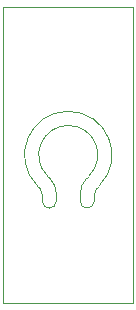
<source format=gm1>
%TF.GenerationSoftware,KiCad,Pcbnew,(5.99.0-10020-g5020012b14)*%
%TF.CreationDate,2021-04-02T13:20:48+07:00*%
%TF.ProjectId,temperature-a1,74656d70-6572-4617-9475-72652d61312e,A1*%
%TF.SameCoordinates,Original*%
%TF.FileFunction,Profile,NP*%
%FSLAX46Y46*%
G04 Gerber Fmt 4.6, Leading zero omitted, Abs format (unit mm)*
G04 Created by KiCad (PCBNEW (5.99.0-10020-g5020012b14)) date 2021-04-02 13:20:48*
%MOMM*%
%LPD*%
G01*
G04 APERTURE LIST*
%TA.AperFunction,Profile*%
%ADD10C,0.010000*%
%TD*%
G04 APERTURE END LIST*
D10*
X143232233Y-90267767D02*
X143414214Y-90435785D01*
X150500000Y-76000000D02*
X150500000Y-101000000D01*
X147434315Y-91284315D02*
G75*
G03*
X147200000Y-91849999I565684J-565685D01*
G01*
X139500000Y-101000000D02*
X139500000Y-76000000D01*
X142565686Y-91284315D02*
G75*
G02*
X142800000Y-91850000I-565685J-565685D01*
G01*
X139500000Y-76000000D02*
X150500000Y-76000000D01*
X146585786Y-90435786D02*
G75*
G03*
X146000000Y-91850000I1414214J-1414214D01*
G01*
X147434315Y-91284314D02*
X147616292Y-91116291D01*
X150500000Y-101000000D02*
X139500000Y-101000000D01*
X144000001Y-91849999D02*
G75*
G03*
X143414214Y-90435785I-2000001J-1D01*
G01*
X147200000Y-92400000D02*
X147200000Y-91849999D01*
X147200000Y-92400000D02*
G75*
G02*
X146000000Y-92400000I-600000J0D01*
G01*
X147616295Y-91116295D02*
G75*
G03*
X142383703Y-91116293I-2616295J2616297D01*
G01*
X146767767Y-90267767D02*
G75*
G03*
X143232233Y-90267767I-1767767J1767767D01*
G01*
X146767767Y-90267767D02*
X146585786Y-90435786D01*
X146000000Y-91850000D02*
X146000000Y-92400000D01*
X142383703Y-91116293D02*
X142565685Y-91284315D01*
X144000000Y-92400000D02*
G75*
G02*
X142800000Y-92400000I-600000J0D01*
G01*
X142800000Y-92400000D02*
X142800000Y-91850000D01*
X144000001Y-91850000D02*
X144000000Y-92400000D01*
M02*

</source>
